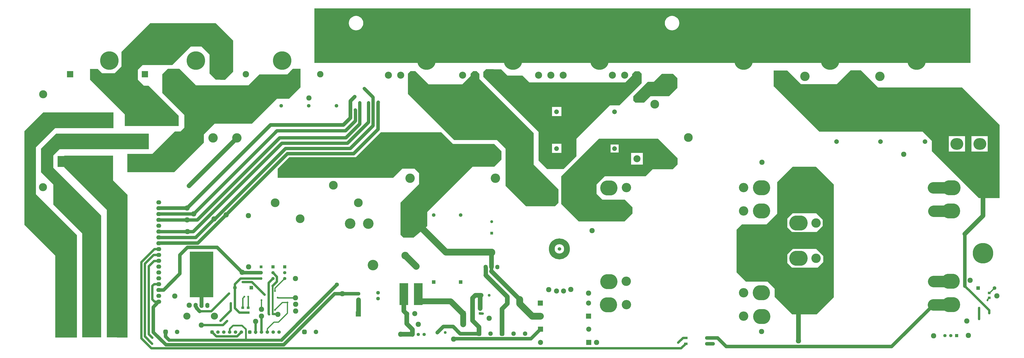
<source format=gbr>
%TF.GenerationSoftware,Altium Limited,Altium Designer,21.6.4 (81)*%
G04 Layer_Physical_Order=1*
G04 Layer_Color=255*
%FSLAX43Y43*%
%MOMM*%
%TF.SameCoordinates,D4C572C6-D0EE-4933-9396-1D80D03FA8BE*%
%TF.FilePolarity,Positive*%
%TF.FileFunction,Copper,L1,Top,Signal*%
%TF.Part,Single*%
G01*
G75*
%TA.AperFunction,NonConductor*%
%ADD10C,2.540*%
%TA.AperFunction,SMDPad,CuDef*%
%ADD11R,3.750X9.500*%
%ADD12R,1.200X1.100*%
%ADD13R,1.600X1.000*%
%TA.AperFunction,Conductor*%
%ADD14C,0.600*%
%ADD15C,1.000*%
%ADD16C,0.500*%
%ADD17C,0.900*%
%ADD18C,0.800*%
%ADD19C,5.000*%
%ADD20C,3.000*%
%ADD21C,2.000*%
%ADD22C,1.300*%
%ADD23C,1.500*%
%ADD24C,1.600*%
%ADD25C,1.400*%
%ADD26C,1.900*%
%ADD27C,1.700*%
%ADD28C,2.500*%
%ADD29R,10.160X19.812*%
%TA.AperFunction,ComponentPad*%
%ADD30C,1.524*%
%ADD31C,2.200*%
%ADD32C,4.572*%
%ADD33C,8.000*%
%ADD34C,1.250*%
%ADD35R,1.250X1.250*%
%ADD36R,1.550X1.550*%
%ADD37C,1.550*%
%ADD38C,3.302*%
%ADD39O,1.778X2.032*%
%ADD40O,6.858X4.826*%
%ADD41R,6.858X4.826*%
%ADD42C,3.500*%
%ADD43R,2.200X2.200*%
%ADD44O,1.778X2.286*%
%ADD45O,3.100X3.000*%
%ADD46C,3.810*%
%ADD47C,2.286*%
%ADD48C,1.950*%
G04:AMPARAMS|DCode=49|XSize=1.95mm|YSize=1.95mm|CornerRadius=0.488mm|HoleSize=0mm|Usage=FLASHONLY|Rotation=0.000|XOffset=0mm|YOffset=0mm|HoleType=Round|Shape=RoundedRectangle|*
%AMROUNDEDRECTD49*
21,1,1.950,0.975,0,0,0.0*
21,1,0.975,1.950,0,0,0.0*
1,1,0.975,0.488,-0.488*
1,1,0.975,-0.488,-0.488*
1,1,0.975,-0.488,0.488*
1,1,0.975,0.488,0.488*
%
%ADD49ROUNDEDRECTD49*%
%ADD50R,1.600X1.600*%
%ADD51C,1.600*%
%ADD52R,1.400X1.400*%
%ADD53C,1.400*%
%ADD54C,2.032*%
%ADD55C,2.000*%
%ADD56C,3.048*%
%ADD57R,1.200X1.200*%
%ADD58C,1.200*%
%ADD59R,1.400X1.400*%
%ADD60O,7.500X6.500*%
%ADD61C,4.064*%
%ADD62O,8.000X6.500*%
%ADD63O,5.588X5.080*%
%ADD64O,6.000X6.600*%
%ADD65C,8.890*%
%ADD66O,2.159X1.778*%
%ADD67C,1.500*%
G04:AMPARAMS|DCode=68|XSize=1.5mm|YSize=1.5mm|CornerRadius=0.375mm|HoleSize=0mm|Usage=FLASHONLY|Rotation=180.000|XOffset=0mm|YOffset=0mm|HoleType=Round|Shape=RoundedRectangle|*
%AMROUNDEDRECTD68*
21,1,1.500,0.750,0,0,180.0*
21,1,0.750,1.500,0,0,180.0*
1,1,0.750,-0.375,0.375*
1,1,0.750,0.375,0.375*
1,1,0.750,0.375,-0.375*
1,1,0.750,-0.375,-0.375*
%
%ADD68ROUNDEDRECTD68*%
%ADD69C,2.800*%
%ADD70R,2.800X2.800*%
%ADD71R,1.300X1.300*%
%ADD72C,1.300*%
%TA.AperFunction,ViaPad*%
%ADD73C,0.800*%
%ADD74C,1.200*%
%ADD75C,1.800*%
%ADD76C,1.000*%
G36*
X410950Y125225D02*
X126425Y125225D01*
Y148863D01*
X410950Y148863D01*
Y125225D01*
D02*
G37*
G36*
X91215Y134901D02*
X91239Y121414D01*
X87644Y117819D01*
X83644Y117881D01*
X80975Y120550D01*
Y128750D01*
X77450Y132275D01*
X72828D01*
X64778Y124225D01*
X51900D01*
X49900Y122225D01*
Y117825D01*
X52475Y115250D01*
X54525D01*
X67550Y102225D01*
Y97725D01*
X44200D01*
Y102800D01*
X29112Y117887D01*
Y122550D01*
X32500D01*
X34375Y120675D01*
X39800D01*
X42775Y123650D01*
Y129975D01*
X55300Y142500D01*
X83615D01*
X91215Y134901D01*
D02*
G37*
G36*
X370900Y114550D02*
X407275D01*
X423550Y98275D01*
Y82450D01*
Y66400D01*
X414575D01*
X394175Y86800D01*
Y91275D01*
X390175Y95275D01*
X345375D01*
X325600Y115050D01*
Y121925D01*
X331450D01*
X337400Y115975D01*
X352950D01*
X358975Y122000D01*
X363450D01*
X370900Y114550D01*
D02*
G37*
G36*
X197975Y120425D02*
Y118175D01*
X221475Y94675D01*
Y80950D01*
X232225Y70200D01*
Y64350D01*
X230750Y62875D01*
X218175D01*
X209325Y71725D01*
Y87950D01*
X205625Y91650D01*
X187025D01*
X166950Y111725D01*
Y120512D01*
X168062Y121625D01*
X170200D01*
X171275Y120550D01*
X175925Y115900D01*
X190550D01*
X194125Y119475D01*
Y120475D01*
X195275Y121625D01*
X196775D01*
X197975Y120425D01*
D02*
G37*
G36*
X120425Y114625D02*
X115428Y109628D01*
X110153D01*
X99300Y98775D01*
X83213D01*
X78519Y94081D01*
Y90594D01*
X65650Y77725D01*
X45300D01*
Y85650D01*
X56150Y85650D01*
X65925Y95425D01*
X68375D01*
X70025Y97075D01*
Y102575D01*
X60438Y112162D01*
Y120213D01*
X62875Y122650D01*
X67900D01*
X75075Y115475D01*
X97775D01*
X102512Y120213D01*
X114719D01*
X117000Y122650D01*
X120425D01*
Y114625D01*
D02*
G37*
G36*
X283825Y118550D02*
Y114325D01*
X280175Y110675D01*
X272100Y110675D01*
X269325Y107900D01*
X265575D01*
X264650Y108825D01*
X264650Y110675D01*
X270925Y116950D01*
X273550D01*
X277075Y120475D01*
X281900D01*
X283825Y118550D01*
D02*
G37*
G36*
X39318Y103586D02*
X39318D01*
Y96836D01*
X17743D01*
Y96850D01*
X14050D01*
X5700Y88500D01*
Y68125D01*
X14497Y59328D01*
X23475Y50350D01*
X23475Y5800D01*
X14050D01*
Y41450D01*
X687Y54813D01*
Y95562D01*
X8825Y103700D01*
X39318D01*
Y103586D01*
D02*
G37*
G36*
X54650Y94385D02*
Y87721D01*
X16021D01*
X13250Y84950D01*
X13250Y79600D01*
X34000Y58850D01*
Y5900D01*
X25800D01*
Y51075D01*
X13250Y63625D01*
Y72325D01*
X7925Y77650D01*
X7925Y87950D01*
X14425Y94450D01*
X17743D01*
Y94475D01*
X54550D01*
Y94475D01*
X54560Y94475D01*
X54650Y94385D01*
D02*
G37*
G36*
X207462Y122413D02*
X210175Y119700D01*
X216650D01*
X219600Y116750D01*
X261225D01*
X264175Y119700D01*
Y120325D01*
X265425Y121575D01*
X267300D01*
X268322Y120553D01*
Y116397D01*
X258675Y106750D01*
X254518D01*
X240050Y92282D01*
Y84625D01*
X234500Y79075D01*
X227325D01*
X223600Y82800D01*
Y95200D01*
X199625Y119175D01*
Y121175D01*
X199626Y121274D01*
X200862Y122439D01*
X207462Y122413D01*
D02*
G37*
G36*
X275425Y92275D02*
X283875Y83825D01*
Y81050D01*
X281750Y78925D01*
X273130D01*
X270033Y75889D01*
X252344Y75894D01*
X248750Y72300D01*
Y68253D01*
X251253Y65750D01*
X261015D01*
X264342Y62423D01*
Y59742D01*
X260850Y56250D01*
X241050D01*
X233450Y63850D01*
Y75900D01*
X249825Y92275D01*
X275425Y92275D01*
D02*
G37*
G36*
X186525Y89950D02*
X204400D01*
X207575Y86775D01*
Y83175D01*
X204475Y80075D01*
X195000D01*
X175375Y60450D01*
Y54229D01*
X169425Y49270D01*
X165077D01*
X163775Y50491D01*
Y64425D01*
X171844Y72494D01*
Y77206D01*
X169850Y79200D01*
X164525D01*
X160525Y75200D01*
X110525D01*
Y79225D01*
X115475Y84175D01*
X144400D01*
X155300Y95075D01*
X181400D01*
X186525Y89950D01*
D02*
G37*
G36*
X351650Y72325D02*
Y23325D01*
X344200Y15875D01*
X333550D01*
X325950Y23475D01*
Y27075D01*
X322950Y30075D01*
X313500Y30075D01*
X309500Y34075D01*
Y52700D01*
X311800Y55000D01*
X322500D01*
X327125Y59625D01*
Y73375D01*
X333850Y80100D01*
X343875D01*
X351650Y72325D01*
D02*
G37*
G36*
X39125Y74175D02*
X45400Y67900D01*
Y5924D01*
X45310Y5834D01*
X36400Y5863D01*
Y61375D01*
X17950Y79825D01*
Y84875D01*
X39125D01*
Y74175D01*
D02*
G37*
%LPC*%
G36*
X281500Y145637D02*
X281009Y145598D01*
X280531Y145483D01*
X280076Y145295D01*
X279656Y145038D01*
X279282Y144718D01*
X278962Y144344D01*
X278705Y143924D01*
X278517Y143469D01*
X278402Y142991D01*
X278363Y142500D01*
X278402Y142009D01*
X278517Y141531D01*
X278705Y141076D01*
X278962Y140656D01*
X279282Y140282D01*
X279656Y139962D01*
X280076Y139705D01*
X280531Y139517D01*
X281009Y139402D01*
X281500Y139363D01*
X281991Y139402D01*
X282469Y139517D01*
X282924Y139705D01*
X283344Y139962D01*
X283718Y140282D01*
X284038Y140656D01*
X284295Y141076D01*
X284483Y141531D01*
X284598Y142009D01*
X284637Y142500D01*
X284598Y142991D01*
X284483Y143469D01*
X284295Y143924D01*
X284038Y144344D01*
X283718Y144718D01*
X283344Y145038D01*
X282924Y145295D01*
X282469Y145483D01*
X281991Y145598D01*
X281500Y145637D01*
D02*
G37*
G36*
X144500D02*
X144009Y145598D01*
X143531Y145483D01*
X143076Y145295D01*
X142656Y145038D01*
X142282Y144718D01*
X141962Y144344D01*
X141705Y143924D01*
X141517Y143469D01*
X141402Y142991D01*
X141363Y142500D01*
X141402Y142009D01*
X141517Y141531D01*
X141705Y141076D01*
X141962Y140656D01*
X142282Y140282D01*
X142656Y139962D01*
X143076Y139705D01*
X143531Y139517D01*
X144009Y139402D01*
X144500Y139363D01*
X144991Y139402D01*
X145469Y139517D01*
X145924Y139705D01*
X146344Y139962D01*
X146718Y140282D01*
X147038Y140656D01*
X147295Y141076D01*
X147483Y141531D01*
X147598Y142009D01*
X147637Y142500D01*
X147598Y142991D01*
X147483Y143469D01*
X147295Y143924D01*
X147038Y144344D01*
X146718Y144718D01*
X146344Y145038D01*
X145924Y145295D01*
X145469Y145483D01*
X144991Y145598D01*
X144500Y145637D01*
D02*
G37*
G36*
X408550Y93363D02*
X401500Y93338D01*
Y86650D01*
X408550D01*
Y93363D01*
D02*
G37*
G36*
X418400Y93338D02*
X411350Y93313D01*
Y86625D01*
X418400D01*
Y93338D01*
D02*
G37*
G36*
X233550Y106083D02*
X229450Y106068D01*
Y102050D01*
X233550D01*
Y106083D01*
D02*
G37*
G36*
Y90083D02*
X229450Y90068D01*
Y86050D01*
X233550D01*
Y90083D01*
D02*
G37*
G36*
X258300Y89700D02*
X254869D01*
X254881Y86250D01*
X258300D01*
Y89700D01*
D02*
G37*
G36*
X268825Y86100D02*
X263767D01*
X263785Y80975D01*
X268825D01*
Y86100D01*
D02*
G37*
G36*
X333850Y59850D02*
X331500Y57500D01*
Y53750D01*
X333550Y51700D01*
X344200D01*
X346825Y54325D01*
Y57000D01*
X343975Y59850D01*
X333850Y59850D01*
D02*
G37*
G36*
Y44350D02*
X331500Y42000D01*
Y38250D01*
X333550Y36200D01*
X344650D01*
X347075Y38625D01*
Y41250D01*
X343975Y44350D01*
X333850Y44350D01*
D02*
G37*
%LPD*%
D10*
X235950D02*
G03*
X235950Y44350I-3300J0D01*
G01*
D11*
X171475Y24725D02*
D03*
X165225D02*
D03*
D12*
X95333Y16674D02*
D03*
Y18774D02*
D03*
X419069Y23119D02*
D03*
Y25219D02*
D03*
X198275Y18400D02*
D03*
Y16300D02*
D03*
X97746Y16648D02*
D03*
Y18748D02*
D03*
D13*
X287425Y3130D02*
D03*
X296575Y5670D02*
D03*
X287425D02*
D03*
X296575Y3130D02*
D03*
D14*
X110701Y23140D02*
X110757Y23084D01*
X110560Y23140D02*
X110701D01*
X110522Y23178D02*
X110560Y23140D01*
X110757Y23084D02*
X118254D01*
X95333Y22908D02*
X96103Y23678D01*
X95333Y18774D02*
Y22908D01*
X97735Y18759D02*
Y23590D01*
Y18759D02*
X97746Y18748D01*
X97725Y23600D02*
X97735Y23590D01*
X418302Y22000D02*
Y22402D01*
X419019Y23119D01*
X418263Y21962D02*
X418302Y22000D01*
X419019Y23119D02*
X419069D01*
X419119Y25219D02*
X421225Y27325D01*
X419069Y25219D02*
X419119D01*
X421225Y27325D02*
X421275D01*
X414625Y18671D02*
X414638Y18658D01*
Y13837D02*
X414650Y13825D01*
D15*
X108300Y28225D02*
X110200Y30125D01*
X106600Y16099D02*
X106781Y15919D01*
X106600Y16099D02*
Y29621D01*
X110200Y30125D02*
Y32239D01*
X106600Y29621D02*
X108439Y31460D01*
X394835Y30140D02*
X394923Y30229D01*
X402213D02*
X402302Y30318D01*
X402417Y60760D02*
X402480Y60823D01*
X394885Y60696D02*
X394949Y60760D01*
X402556Y70882D02*
X402582Y70907D01*
X394835Y70856D02*
X394860Y70882D01*
X92863Y6325D02*
X94738Y8200D01*
X83913Y6325D02*
X92863D01*
X82076Y8163D02*
X83913Y6325D01*
X402391Y20044D02*
X402455Y20107D01*
X394784Y19980D02*
X394847Y20044D01*
X54600Y7275D02*
Y36770D01*
X56886Y39056D01*
X54600Y7275D02*
X56175Y5700D01*
X57175Y21425D02*
X58978D01*
X81750Y17275D02*
X89450Y24975D01*
X76675Y17275D02*
X81750D01*
X74910Y19317D02*
Y19782D01*
X75299Y18651D02*
Y18928D01*
X56175Y28250D02*
X56970Y29045D01*
X56175Y22425D02*
Y28250D01*
Y22425D02*
X57175Y21425D01*
X56970Y29045D02*
X58978D01*
X52900Y6275D02*
Y37925D01*
Y6275D02*
X56075Y3100D01*
X52900Y37925D02*
X56720Y41745D01*
X51400Y38600D02*
X57085Y44285D01*
X51400Y5450D02*
Y38600D01*
Y5450D02*
X55725Y1125D01*
X285420D01*
X284200Y3600D02*
X286270Y5670D01*
X287425D01*
X85725Y13100D02*
X90225Y17600D01*
Y20700D01*
X77375Y11225D02*
X86775D01*
X88550Y13000D01*
X83100Y14609D02*
Y15100D01*
X82925Y57350D02*
X83225D01*
X94410Y31460D02*
X103345D01*
X91950Y29000D02*
X94410Y31460D01*
X91950Y27475D02*
Y29000D01*
X56886Y39056D02*
X58829D01*
X58978Y39205D01*
X56720Y41745D02*
X58978D01*
X95333Y16674D02*
X97646D01*
X99350Y29950D02*
X104875Y24425D01*
X95325Y29950D02*
X99350D01*
X103488Y8200D02*
X103501Y8187D01*
X103488Y8200D02*
Y15087D01*
X100968Y7812D02*
Y12843D01*
X91950Y18625D02*
Y27475D01*
X108439Y34000D02*
X110200Y32239D01*
X93951Y16674D02*
X95333D01*
X97671Y16648D02*
X97746D01*
X91950Y18625D02*
X93900Y16675D01*
X93950D01*
X97646Y16674D02*
X97671Y16648D01*
X198325Y16250D02*
X199375D01*
X285420Y1125D02*
X287425Y3130D01*
X57085Y44285D02*
X58978D01*
X103475Y15100D02*
X103488Y15087D01*
X100968Y12843D02*
X100975Y12850D01*
X95100Y34200D02*
X95262Y34038D01*
X103307D02*
X103345Y34000D01*
X92794Y92494D02*
Y92555D01*
X72075Y71750D02*
Y71775D01*
X299345Y3130D02*
X299350Y3125D01*
X408425Y28200D02*
X411300Y25325D01*
X419000Y17625D01*
Y16375D02*
Y17625D01*
X414638Y13837D02*
Y18658D01*
X145505Y16050D02*
X145540Y16085D01*
Y22270D02*
X145575Y22305D01*
X163850Y7225D02*
X163863Y7213D01*
X168887D02*
X168900Y7200D01*
X336237Y20005D02*
X336281Y19961D01*
X198275Y16300D02*
X198325Y16250D01*
X74039Y59555D02*
X74069Y59585D01*
X71191Y56951D02*
X71225Y56918D01*
X58978Y49365D02*
X58999Y49344D01*
X71420Y51897D02*
X71428Y51889D01*
X58978Y51905D02*
X58986Y51897D01*
X58978Y56985D02*
X59012Y56951D01*
X58978Y59525D02*
X59008Y59555D01*
X58978Y62065D02*
X59008Y62095D01*
D16*
X109354Y26075D02*
Y27264D01*
Y17829D02*
X112550Y21025D01*
X109354Y27264D02*
X113550Y31460D01*
X110457Y16043D02*
X110575Y15925D01*
X110825Y12525D02*
X114725Y16425D01*
X108925Y12525D02*
X110825D01*
X106041Y9641D02*
X108925Y12525D01*
X106041Y8200D02*
Y9641D01*
X114725Y16425D02*
Y21025D01*
X103525Y18075D02*
Y22025D01*
X112550Y21025D02*
X114725D01*
D17*
X108300Y16043D02*
X110457D01*
D18*
X108300D02*
Y28225D01*
X165762Y41485D02*
X165863D01*
X170574Y36775D02*
X170675D01*
X91125Y11050D02*
X95050D01*
X89658Y9583D02*
X91125Y11050D01*
X95050D02*
X96675Y9425D01*
X89658Y8200D02*
Y9583D01*
X96675Y4775D02*
Y9425D01*
D19*
X394923Y30229D02*
X402213D01*
X394949Y60760D02*
X402417D01*
X394860Y70882D02*
X402556D01*
X394847Y20044D02*
X402391D01*
D20*
X183425Y42975D02*
X203217D01*
X172350Y54050D02*
X183425Y42975D01*
X215417Y20500D02*
Y22383D01*
X165863Y41485D02*
X170574Y36775D01*
X220817Y15100D02*
X224400D01*
X215417Y20500D02*
X220817Y15100D01*
D21*
X165225Y17314D02*
Y24725D01*
Y17314D02*
X166445Y16094D01*
Y11855D02*
Y16094D01*
Y11855D02*
X168900Y9400D01*
Y7200D02*
Y9400D01*
X203217Y36427D02*
Y42777D01*
X210083Y20500D02*
Y23567D01*
X204522Y29128D02*
X210083Y23567D01*
X200730Y32920D02*
X204522Y29128D01*
X203217Y34583D02*
X215417Y22383D01*
X195025Y23003D02*
X196197Y24175D01*
X198725D01*
X195025Y13175D02*
Y23003D01*
X190895Y16200D02*
X190910Y16185D01*
X198275Y18400D02*
Y23725D01*
X195025Y13175D02*
X197800Y10400D01*
Y7525D02*
Y10400D01*
X190910Y11540D02*
X190925Y11525D01*
X72075Y71775D02*
X92794Y92494D01*
X408425Y50825D02*
X416300Y58700D01*
Y72295D01*
X207800Y7500D02*
Y18217D01*
X210083Y20500D01*
X145540Y16085D02*
Y22270D01*
X163863Y7213D02*
X168887D01*
X171475Y22450D02*
Y24725D01*
Y22450D02*
X172350Y21575D01*
X336281Y4875D02*
Y19961D01*
D22*
X63450Y4675D02*
X96625D01*
X96675Y4725D01*
X63400D02*
X63450Y4675D01*
X96675Y4725D02*
X112175D01*
D23*
X56600Y8125D02*
X62050Y2675D01*
X56600Y8125D02*
Y19047D01*
X58863Y21425D02*
X58978D01*
X58648Y21096D02*
Y21211D01*
X138575Y24845D02*
X145575D01*
X135270D02*
X138575D01*
X56600Y19047D02*
X58648Y21096D01*
Y21211D02*
X58863Y21425D01*
X154025Y107925D02*
X154150Y108050D01*
X154025Y96350D02*
Y107925D01*
X143425Y85750D02*
X154025Y96350D01*
X114775Y85750D02*
X143425D01*
X88188Y59162D02*
X114775Y85750D01*
X168548Y54050D02*
X172350D01*
X165889Y51391D02*
X168548Y54050D01*
X203217Y34583D02*
Y36427D01*
X204522Y29128D02*
Y29128D01*
X203217Y42777D02*
Y42975D01*
X61935Y6190D02*
Y8275D01*
Y6190D02*
X63400Y4725D01*
X62050Y2675D02*
X113100D01*
X68125Y41725D02*
X71400Y45000D01*
X68125Y33600D02*
Y41725D01*
X61030Y26505D02*
X68125Y33600D01*
X84300Y45000D02*
X95100Y34200D01*
X71400Y45000D02*
X84300D01*
X75859Y46834D02*
X88188Y59162D01*
X71580Y46834D02*
X75859D01*
X58983Y46830D02*
X71580D01*
X112175Y4725D02*
X136253Y28803D01*
X113100Y2675D02*
X135270Y24845D01*
X186825Y5275D02*
X220305D01*
X186825Y5275D02*
X186825Y5275D01*
X220305D02*
X224455Y9425D01*
X305025Y1875D02*
X376679D01*
X296575Y5670D02*
X301230D01*
X305025Y1875D01*
X58978Y26505D02*
X61030D01*
X95262Y34038D02*
X103307D01*
X296575Y3130D02*
X299345D01*
X376679Y1875D02*
X394784Y19980D01*
X408425Y28200D02*
Y50825D01*
X245395Y9614D02*
X245534Y9475D01*
X248750Y3775D02*
X248800Y3725D01*
X245390D02*
X245440Y3675D01*
X245395Y9425D02*
Y9614D01*
X58978Y46825D02*
X58983Y46830D01*
D24*
X189625Y7525D02*
X197800D01*
X182275Y10625D02*
X186525D01*
X189625Y7525D01*
X75299Y18651D02*
X76675Y17275D01*
X74910Y19317D02*
X75299Y18928D01*
X179675Y8025D02*
X182275Y10625D01*
X141979Y101279D02*
Y108654D01*
X138975Y98275D02*
X141979Y101279D01*
Y108654D02*
X143900Y110575D01*
X107400Y98275D02*
X138975D01*
X71220Y62095D02*
X107400Y98275D01*
X59008Y62095D02*
X71220D01*
D25*
X144200Y100025D02*
Y104725D01*
X144125Y104800D02*
X144200Y104725D01*
X139900Y95725D02*
X144200Y100025D01*
X113875Y88000D02*
X141900D01*
X83225Y57350D02*
X113875Y88000D01*
X74919Y49344D02*
X82925Y57350D01*
X58999Y49344D02*
X74919D01*
X112300Y90300D02*
X140750D01*
X71428Y51889D02*
X73889D01*
X112300Y90300D01*
X146075Y98650D02*
Y107950D01*
X140075Y92650D02*
X146075Y98650D01*
X151825Y97925D02*
Y110275D01*
X148000Y114100D02*
X151825Y110275D01*
X140750Y90300D02*
X149875Y99425D01*
Y107900D01*
X141900Y88000D02*
X151825Y97925D01*
X111325Y92650D02*
X140075D01*
X110209Y95725D02*
X139900D01*
X75593Y56918D02*
X111325Y92650D01*
X74069Y59585D02*
X110209Y95725D01*
X71225Y56918D02*
X75593D01*
X58986Y51897D02*
X71420D01*
X59012Y56951D02*
X71191D01*
X59008Y59555D02*
X74039D01*
D26*
X200730Y32920D02*
Y36172D01*
D27*
X77450Y19782D02*
Y39975D01*
D28*
X185520Y21575D02*
X190895Y16200D01*
X172350Y21575D02*
X185520D01*
X190910Y11540D02*
Y16185D01*
D29*
X77450Y33244D02*
D03*
D30*
X232650Y44350D02*
D03*
D31*
X231380Y26062D02*
D03*
X234428D02*
D03*
X169955Y16200D02*
D03*
X166445Y16050D02*
D03*
X245340Y20800D02*
D03*
X224400Y15100D02*
D03*
X245395Y9425D02*
D03*
X224450Y3725D02*
D03*
D32*
X229094Y67845D02*
D03*
X236587Y67972D02*
D03*
X141886Y55328D02*
D03*
X149760D02*
D03*
X151792Y37294D02*
D03*
X77450Y39975D02*
D03*
D33*
X75000Y126200D02*
D03*
X112500D02*
D03*
X37500D02*
D03*
X350000D02*
D03*
X387500D02*
D03*
X312500D02*
D03*
X212500D02*
D03*
X250000D02*
D03*
X175000D02*
D03*
D34*
X183175Y8025D02*
D03*
X202225Y24175D02*
D03*
D35*
X179675Y8025D02*
D03*
X198725Y24175D02*
D03*
D36*
X189850Y29920D02*
D03*
X112000Y77445D02*
D03*
X124000D02*
D03*
X136000D02*
D03*
X178175Y29920D02*
D03*
D37*
X189850Y59030D02*
D03*
X112000Y106555D02*
D03*
X124000D02*
D03*
X136000D02*
D03*
X178175Y59030D02*
D03*
D38*
X165889Y51391D02*
D03*
X165762Y41485D02*
D03*
X203217Y42777D02*
D03*
X65540Y81925D02*
D03*
X60460D02*
D03*
Y99950D02*
D03*
X65540D02*
D03*
X52540Y82000D02*
D03*
X47460D02*
D03*
Y100000D02*
D03*
X52540D02*
D03*
Y91000D02*
D03*
X47460D02*
D03*
X36540D02*
D03*
X31460D02*
D03*
X36540Y100000D02*
D03*
X31460D02*
D03*
X36540Y82000D02*
D03*
X31460D02*
D03*
D39*
X200677Y36427D02*
D03*
X203217D02*
D03*
X205757D02*
D03*
D40*
X18502Y100090D02*
D03*
Y91327D02*
D03*
D41*
Y82310D02*
D03*
D42*
X8850Y111520D02*
D03*
X8723Y71134D02*
D03*
D43*
X190895Y16200D02*
D03*
X145505Y16050D02*
D03*
X224400Y20800D02*
D03*
X245340Y15100D02*
D03*
X224455Y9425D02*
D03*
X245390Y3725D02*
D03*
D44*
X74910Y19782D02*
D03*
X77450D02*
D03*
X79990D02*
D03*
D45*
X83100Y15100D02*
D03*
X71100D02*
D03*
D46*
X145450Y64425D02*
D03*
X109450D02*
D03*
X120250Y57425D02*
D03*
X134650Y72025D02*
D03*
X288600Y92800D02*
D03*
X274000Y107200D02*
D03*
X281000Y118000D02*
D03*
Y82000D02*
D03*
D47*
X248800Y3725D02*
D03*
X95100Y34200D02*
D03*
X103475Y15100D02*
D03*
X422375Y23925D02*
D03*
X410750Y30725D02*
D03*
X409300Y13000D02*
D03*
X409950Y6700D02*
D03*
X190925Y11525D02*
D03*
X171475D02*
D03*
X163850Y7225D02*
D03*
X186825Y5125D02*
D03*
X202200Y14150D02*
D03*
X381925Y85475D02*
D03*
X394875Y6600D02*
D03*
X245300Y25075D02*
D03*
X97925Y36550D02*
D03*
X118175Y31425D02*
D03*
X124075Y109925D02*
D03*
X65900Y23850D02*
D03*
X138575Y24875D02*
D03*
X100975Y12850D02*
D03*
X71225Y56918D02*
D03*
X71250Y62125D02*
D03*
X71428Y51889D02*
D03*
X88200Y59150D02*
D03*
X74069Y59585D02*
D03*
X82925Y57350D02*
D03*
X97800Y58825D02*
D03*
X118254Y23084D02*
D03*
X103500Y18075D02*
D03*
X118280Y17318D02*
D03*
X118275Y20250D02*
D03*
X110575Y15925D02*
D03*
X227994Y26612D02*
D03*
X237625Y26750D02*
D03*
X246800Y52325D02*
D03*
X243350Y67250D02*
D03*
X320325Y8425D02*
D03*
X77375Y11225D02*
D03*
X72150Y19825D02*
D03*
X320500Y81975D02*
D03*
X336325Y4375D02*
D03*
D48*
X66935Y8275D02*
D03*
X202800Y7525D02*
D03*
X217800Y7500D02*
D03*
X212800D02*
D03*
X127125Y8250D02*
D03*
D49*
X61935Y8275D02*
D03*
X197800Y7525D02*
D03*
X207800Y7500D02*
D03*
X122125Y8250D02*
D03*
D50*
X414225Y27300D02*
D03*
X99050Y27475D02*
D03*
D51*
X421325Y27300D02*
D03*
X145575Y22305D02*
D03*
Y24845D02*
D03*
X154000Y22730D02*
D03*
Y25270D02*
D03*
X91950Y27475D02*
D03*
D52*
X404925Y6650D02*
D03*
X168900Y7200D02*
D03*
D53*
X402385Y6650D02*
D03*
X399845D02*
D03*
X108439Y31460D02*
D03*
Y34000D02*
D03*
X113550Y31460D02*
D03*
Y34000D02*
D03*
X171440Y7200D02*
D03*
X173980D02*
D03*
D54*
X231427Y87975D02*
D03*
X256573D02*
D03*
X231427Y103975D02*
D03*
X256573D02*
D03*
D55*
X352825Y99000D02*
D03*
Y91000D02*
D03*
X391150D02*
D03*
Y99000D02*
D03*
X371850Y91000D02*
D03*
Y99000D02*
D03*
X215417Y20500D02*
D03*
X210083D02*
D03*
D56*
X190666Y119865D02*
D03*
X196000D02*
D03*
X201334D02*
D03*
X158511D02*
D03*
X163845D02*
D03*
X169179D02*
D03*
X223666D02*
D03*
X229000D02*
D03*
X234334D02*
D03*
X255666D02*
D03*
X261000D02*
D03*
X266334D02*
D03*
X266310Y109692D02*
D03*
Y83530D02*
D03*
D57*
X103345Y36540D02*
D03*
D58*
Y34000D02*
D03*
Y31460D02*
D03*
D59*
X108439Y36540D02*
D03*
X113550D02*
D03*
D60*
X320258Y35355D02*
D03*
Y25271D02*
D03*
X320385Y14959D02*
D03*
X254091Y70839D02*
D03*
X254243Y60628D02*
D03*
X254066Y30123D02*
D03*
X253964Y20039D02*
D03*
X320233Y50671D02*
D03*
X320309Y60857D02*
D03*
Y70941D02*
D03*
D61*
X312587Y50646D02*
D03*
Y35381D02*
D03*
X261711Y20090D02*
D03*
X261660Y30250D02*
D03*
X261711Y60806D02*
D03*
X261762Y70966D02*
D03*
X312536Y15137D02*
D03*
X312486Y25271D02*
D03*
X312511Y60831D02*
D03*
X312562Y71017D02*
D03*
X343958Y40300D02*
D03*
Y55565D02*
D03*
X394835Y70856D02*
D03*
X394885Y60696D02*
D03*
X394835Y30140D02*
D03*
X394784Y19980D02*
D03*
X344009Y75809D02*
D03*
X344060Y65675D02*
D03*
X344035Y30115D02*
D03*
X343984Y19929D02*
D03*
X371629Y119325D02*
D03*
X360834D02*
D03*
X339129Y119333D02*
D03*
X328334D02*
D03*
X82507Y92555D02*
D03*
X92794D02*
D03*
X167873Y75047D02*
D03*
X167746Y85334D02*
D03*
X204746D02*
D03*
X204873Y75047D02*
D03*
D62*
X402582Y70907D02*
D03*
X402480Y60823D02*
D03*
X402302Y30318D02*
D03*
X402455Y20107D02*
D03*
X336161Y75987D02*
D03*
X336288Y65675D02*
D03*
Y55591D02*
D03*
X336313Y40275D02*
D03*
X336237Y30089D02*
D03*
Y20005D02*
D03*
D63*
X415000Y90000D02*
D03*
Y100000D02*
D03*
X405000D02*
D03*
Y90000D02*
D03*
D64*
X40000Y9460D02*
D03*
Y19366D02*
D03*
X20000Y9460D02*
D03*
Y19366D02*
D03*
X30000Y9460D02*
D03*
Y19366D02*
D03*
D65*
X416300Y42450D02*
D03*
Y72295D02*
D03*
D66*
X58978Y23965D02*
D03*
Y26505D02*
D03*
Y29045D02*
D03*
Y31585D02*
D03*
Y21425D02*
D03*
Y34125D02*
D03*
Y36665D02*
D03*
Y39205D02*
D03*
Y41745D02*
D03*
Y44285D02*
D03*
Y46825D02*
D03*
Y49365D02*
D03*
Y51905D02*
D03*
Y54445D02*
D03*
Y59525D02*
D03*
Y62065D02*
D03*
Y56985D02*
D03*
Y64605D02*
D03*
D67*
X89658Y8200D02*
D03*
X84578D02*
D03*
X87118D02*
D03*
X92198D02*
D03*
X94738D02*
D03*
X106041D02*
D03*
X100961D02*
D03*
X103501D02*
D03*
X108581D02*
D03*
X111121D02*
D03*
D68*
X82038D02*
D03*
X98421D02*
D03*
D69*
X63880Y120272D02*
D03*
X96710D02*
D03*
X128954D02*
D03*
X31392D02*
D03*
D70*
X52960D02*
D03*
X85790D02*
D03*
X118034D02*
D03*
X20472D02*
D03*
D71*
X203325Y51225D02*
D03*
D72*
Y56225D02*
D03*
D73*
X109354Y26075D02*
D03*
Y17829D02*
D03*
X106781Y15919D02*
D03*
X284200Y3600D02*
D03*
X89450Y24975D02*
D03*
X90225Y20700D02*
D03*
X88550Y13000D02*
D03*
X85725Y13100D02*
D03*
X56175Y5700D02*
D03*
X104875Y24425D02*
D03*
X103525Y22025D02*
D03*
X95325Y29950D02*
D03*
X96050Y23600D02*
D03*
X97725D02*
D03*
X93950Y16675D02*
D03*
X56075Y3100D02*
D03*
X199375Y16250D02*
D03*
X110522Y23178D02*
D03*
X114725Y21025D02*
D03*
X72075Y71750D02*
D03*
X418263Y21962D02*
D03*
X299350Y3125D02*
D03*
X419000Y16375D02*
D03*
X411300Y25325D02*
D03*
X414650Y13825D02*
D03*
X414625Y18725D02*
D03*
D74*
X154150Y108050D02*
D03*
X144125Y104800D02*
D03*
X146075Y107950D02*
D03*
X143900Y110575D02*
D03*
X148000Y114100D02*
D03*
X149875Y107900D02*
D03*
D75*
X170675Y36775D02*
D03*
X136175Y28875D02*
D03*
D76*
X129550Y130375D02*
D03*
X128475Y130400D02*
D03*
X130625Y130375D02*
D03*
X127419Y130378D02*
D03*
Y138453D02*
D03*
X127412Y137431D02*
D03*
Y133406D02*
D03*
Y134431D02*
D03*
Y135431D02*
D03*
Y136431D02*
D03*
Y131381D02*
D03*
Y132381D02*
D03*
X130619Y137428D02*
D03*
Y133403D02*
D03*
Y134428D02*
D03*
Y135428D02*
D03*
Y136428D02*
D03*
Y131378D02*
D03*
Y132378D02*
D03*
X129544D02*
D03*
Y131378D02*
D03*
Y136428D02*
D03*
Y135428D02*
D03*
Y134428D02*
D03*
Y133403D02*
D03*
Y137428D02*
D03*
X128469Y132403D02*
D03*
Y131403D02*
D03*
Y136453D02*
D03*
Y135453D02*
D03*
Y134453D02*
D03*
Y133428D02*
D03*
Y137453D02*
D03*
X128475Y138475D02*
D03*
X129550Y138450D02*
D03*
X130625D02*
D03*
X133825Y139450D02*
D03*
X132750Y139475D02*
D03*
X134900Y139450D02*
D03*
X131694Y139453D02*
D03*
Y147528D02*
D03*
X131687Y146506D02*
D03*
Y142481D02*
D03*
Y143506D02*
D03*
Y144506D02*
D03*
Y145506D02*
D03*
Y140456D02*
D03*
Y141456D02*
D03*
X134894Y146503D02*
D03*
Y142478D02*
D03*
Y143503D02*
D03*
Y144503D02*
D03*
Y145503D02*
D03*
Y140453D02*
D03*
Y141453D02*
D03*
X133819D02*
D03*
Y140453D02*
D03*
Y145503D02*
D03*
Y144503D02*
D03*
Y143503D02*
D03*
Y142478D02*
D03*
Y146503D02*
D03*
X132744Y141478D02*
D03*
Y140478D02*
D03*
Y145528D02*
D03*
Y144528D02*
D03*
Y143528D02*
D03*
Y142503D02*
D03*
Y146528D02*
D03*
X132750Y147550D02*
D03*
X133825Y147525D02*
D03*
X134900D02*
D03*
X4756Y85722D02*
D03*
X3681D02*
D03*
X2606Y85747D02*
D03*
X2600Y84725D02*
D03*
Y80700D02*
D03*
Y81725D02*
D03*
Y82725D02*
D03*
Y83725D02*
D03*
Y78675D02*
D03*
Y79675D02*
D03*
X3675Y84700D02*
D03*
Y80675D02*
D03*
Y81700D02*
D03*
Y82700D02*
D03*
Y83700D02*
D03*
Y78650D02*
D03*
Y79650D02*
D03*
X4750D02*
D03*
Y78650D02*
D03*
Y83700D02*
D03*
Y82700D02*
D03*
Y81700D02*
D03*
Y80675D02*
D03*
Y84700D02*
D03*
X1544Y79653D02*
D03*
Y78653D02*
D03*
Y83703D02*
D03*
Y82703D02*
D03*
Y81703D02*
D03*
Y80678D02*
D03*
Y84703D02*
D03*
X1550Y85725D02*
D03*
Y77650D02*
D03*
X4756Y77647D02*
D03*
X2606Y77672D02*
D03*
X3681Y77647D02*
D03*
X134881Y138422D02*
D03*
X133806D02*
D03*
X132731Y138447D02*
D03*
X132725Y137425D02*
D03*
Y133400D02*
D03*
Y134425D02*
D03*
Y135425D02*
D03*
Y136425D02*
D03*
Y131375D02*
D03*
Y132375D02*
D03*
X133800Y137400D02*
D03*
Y133375D02*
D03*
Y134400D02*
D03*
Y135400D02*
D03*
Y136400D02*
D03*
Y131350D02*
D03*
Y132350D02*
D03*
X134875D02*
D03*
Y131350D02*
D03*
Y136400D02*
D03*
Y135400D02*
D03*
Y134400D02*
D03*
Y133375D02*
D03*
Y137400D02*
D03*
X131669Y132353D02*
D03*
Y131353D02*
D03*
Y136403D02*
D03*
Y135403D02*
D03*
Y134403D02*
D03*
Y133378D02*
D03*
Y137403D02*
D03*
X131675Y138425D02*
D03*
Y130350D02*
D03*
X134881Y130347D02*
D03*
X132731Y130372D02*
D03*
X133806Y130347D02*
D03*
X130581Y147597D02*
D03*
X129506D02*
D03*
X128431Y147622D02*
D03*
X128425Y146600D02*
D03*
Y142575D02*
D03*
Y143600D02*
D03*
Y144600D02*
D03*
Y145600D02*
D03*
Y140550D02*
D03*
Y141550D02*
D03*
X129500Y146575D02*
D03*
Y142550D02*
D03*
Y143575D02*
D03*
Y144575D02*
D03*
Y145575D02*
D03*
Y140525D02*
D03*
Y141525D02*
D03*
X130575D02*
D03*
Y140525D02*
D03*
Y145575D02*
D03*
Y144575D02*
D03*
Y143575D02*
D03*
Y142550D02*
D03*
Y146575D02*
D03*
X127369Y141528D02*
D03*
Y140528D02*
D03*
Y145578D02*
D03*
Y144578D02*
D03*
Y143578D02*
D03*
Y142553D02*
D03*
Y146578D02*
D03*
X127375Y147600D02*
D03*
Y139525D02*
D03*
X130581Y139522D02*
D03*
X128431Y139547D02*
D03*
X129506Y139522D02*
D03*
X201056Y81247D02*
D03*
X199981Y81272D02*
D03*
X202131Y81247D02*
D03*
X198925Y81250D02*
D03*
Y89325D02*
D03*
X198919Y88303D02*
D03*
Y84278D02*
D03*
Y85303D02*
D03*
Y86303D02*
D03*
Y87303D02*
D03*
Y82253D02*
D03*
Y83253D02*
D03*
X202125Y88300D02*
D03*
Y84275D02*
D03*
Y85300D02*
D03*
Y86300D02*
D03*
Y87300D02*
D03*
Y82250D02*
D03*
Y83250D02*
D03*
X201050D02*
D03*
Y82250D02*
D03*
Y87300D02*
D03*
Y86300D02*
D03*
Y85300D02*
D03*
Y84275D02*
D03*
Y88300D02*
D03*
X199975Y83275D02*
D03*
Y82275D02*
D03*
Y87325D02*
D03*
Y86325D02*
D03*
Y85325D02*
D03*
Y84300D02*
D03*
Y88325D02*
D03*
X199981Y89347D02*
D03*
X201056Y89322D02*
D03*
X202131D02*
D03*
X229831Y80622D02*
D03*
X228756D02*
D03*
X227681D02*
D03*
X229822Y81669D02*
D03*
Y82744D02*
D03*
X229847Y83819D02*
D03*
X226569Y81669D02*
D03*
X227644D02*
D03*
X228690D02*
D03*
X228725Y84825D02*
D03*
Y83819D02*
D03*
X228700Y82744D02*
D03*
X227631Y96922D02*
D03*
X226556D02*
D03*
X225481Y96947D02*
D03*
X225475Y82744D02*
D03*
X226550D02*
D03*
X227625D02*
D03*
Y85800D02*
D03*
Y84825D02*
D03*
Y83819D02*
D03*
X226550D02*
D03*
Y84825D02*
D03*
Y85800D02*
D03*
X225475Y83819D02*
D03*
Y84825D02*
D03*
Y85825D02*
D03*
Y95925D02*
D03*
Y91900D02*
D03*
Y92925D02*
D03*
Y93925D02*
D03*
Y94925D02*
D03*
Y89875D02*
D03*
Y88875D02*
D03*
Y87875D02*
D03*
Y86850D02*
D03*
Y90875D02*
D03*
X226550Y95900D02*
D03*
Y91875D02*
D03*
Y92900D02*
D03*
Y93900D02*
D03*
Y94900D02*
D03*
Y89850D02*
D03*
Y88850D02*
D03*
Y87850D02*
D03*
Y86825D02*
D03*
Y90850D02*
D03*
X227625D02*
D03*
Y86825D02*
D03*
Y87850D02*
D03*
Y88850D02*
D03*
Y89850D02*
D03*
Y94900D02*
D03*
Y93900D02*
D03*
Y92900D02*
D03*
Y91875D02*
D03*
Y95900D02*
D03*
%TF.MD5,818eb1f7489f4a454d29322ae953ef8d*%
M02*

</source>
